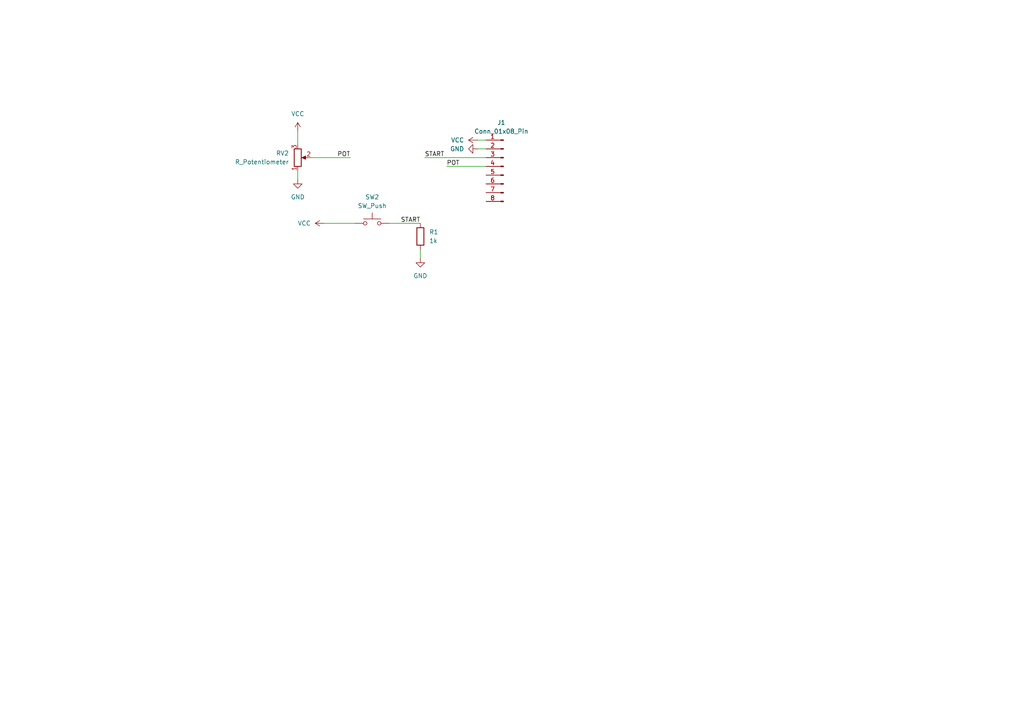
<source format=kicad_sch>
(kicad_sch (version 20231120) (generator "eeschema") (generator_version "8.0")
  (paper "A4")
  (lib_symbols
    (symbol "Connector:Conn_01x08_Pin" (pin_names (offset 1.016) hide)
      (property "Reference" "J" (at 0 10.16 0))
      (property "Value" "Conn_01x08_Pin" (at 0 -12.7 0))
      (symbol "Conn_01x08_Pin_1_1"
        (polyline (pts (xy 1.27 -10.16) (xy 0.8636 -10.16)) (stroke (width 0.1524)))
        (polyline (pts (xy 1.27 -7.62) (xy 0.8636 -7.62)) (stroke (width 0.1524)))
        (polyline (pts (xy 1.27 -5.08) (xy 0.8636 -5.08)) (stroke (width 0.1524)))
        (polyline (pts (xy 1.27 -2.54) (xy 0.8636 -2.54)) (stroke (width 0.1524)))
        (polyline (pts (xy 1.27 0) (xy 0.8636 0)) (stroke (width 0.1524)))
        (polyline (pts (xy 1.27 2.54) (xy 0.8636 2.54)) (stroke (width 0.1524)))
        (polyline (pts (xy 1.27 5.08) (xy 0.8636 5.08)) (stroke (width 0.1524)))
        (polyline (pts (xy 1.27 7.62) (xy 0.8636 7.62)) (stroke (width 0.1524)))
        (rectangle (start 0.8636 -10.033) (end 0 -10.287) (stroke (width 0.1524)) (fill (type outline)))
        (rectangle (start 0.8636 -7.493) (end 0 -7.747) (stroke (width 0.1524)) (fill (type outline)))
        (rectangle (start 0.8636 -4.953) (end 0 -5.207) (stroke (width 0.1524)) (fill (type outline)))
        (rectangle (start 0.8636 -2.413) (end 0 -2.667) (stroke (width 0.1524)) (fill (type outline)))
        (rectangle (start 0.8636 0.127) (end 0 -0.127) (stroke (width 0.1524)) (fill (type outline)))
        (rectangle (start 0.8636 2.667) (end 0 2.413) (stroke (width 0.1524)) (fill (type outline)))
        (rectangle (start 0.8636 5.207) (end 0 4.953) (stroke (width 0.1524)) (fill (type outline)))
        (rectangle (start 0.8636 7.747) (end 0 7.493) (stroke (width 0.1524)) (fill (type outline)))
        (pin passive line (at 5.08 7.62 180) (length 3.81) (name "Pin_1") (number "1"))
        (pin passive line (at 5.08 5.08 180) (length 3.81) (name "Pin_2") (number "2"))
        (pin passive line (at 5.08 2.54 180) (length 3.81) (name "Pin_3") (number "3"))
        (pin passive line (at 5.08 0 180) (length 3.81) (name "Pin_4") (number "4"))
        (pin passive line (at 5.08 -2.54 180) (length 3.81) (name "Pin_5") (number "5"))
        (pin passive line (at 5.08 -5.08 180) (length 3.81) (name "Pin_6") (number "6"))
        (pin passive line (at 5.08 -7.62 180) (length 3.81) (name "Pin_7") (number "7"))
        (pin passive line (at 5.08 -10.16 180) (length 3.81) (name "Pin_8") (number "8"))
      )
    )
    (symbol "Device:R" (pin_numbers hide) (pin_names (offset 0))
      (property "Reference" "R" (at 2.032 0 90))
      (property "Value" "R" (at 0 0 90))
      (symbol "R_0_1"
        (rectangle (start -1.016 -2.54) (end 1.016 2.54) (stroke (width 0.254)))
      )
      (symbol "R_1_1"
        (pin passive line (at 0 3.81 270) (length 1.27) (name "~") (number "1"))
        (pin passive line (at 0 -3.81 90) (length 1.27) (name "~") (number "2"))
      )
    )
    (symbol "Device:R_Potentiometer" (pin_names (offset 1.016) hide)
      (property "Reference" "RV" (at -4.445 0 90))
      (property "Value" "R_Potentiometer" (at -2.54 0 90))
      (symbol "R_Potentiometer_0_1"
        (polyline (pts (xy 2.54 0) (xy 1.524 0)))
        (polyline (pts (xy 1.143 0) (xy 2.286 0.508) (xy 2.286 -0.508) (xy 1.143 0)) (fill (type outline)))
        (rectangle (start 1.016 2.54) (end -1.016 -2.54) (stroke (width 0.254)))
      )
      (symbol "R_Potentiometer_1_1"
        (pin passive line (at 0 3.81 270) (length 1.27) (name "1") (number "1"))
        (pin passive line (at 3.81 0 180) (length 1.27) (name "2") (number "2"))
        (pin passive line (at 0 -3.81 90) (length 1.27) (name "3") (number "3"))
      )
    )
    (symbol "Switch:SW_Push" (pin_numbers hide) (pin_names (offset 1.016) hide)
      (property "Reference" "SW" (at 1.27 2.54 0))
      (property "Value" "SW_Push" (at 0 -1.524 0))
      (symbol "SW_Push_0_1"
        (circle (center -2.032 0) (radius 0.508))
        (polyline (pts (xy 0 1.27) (xy 0 3.048)))
        (polyline (pts (xy 2.54 1.27) (xy -2.54 1.27)))
        (circle (center 2.032 0) (radius 0.508))
        (pin passive line (at -5.08 0 0) (length 2.54) (name "1") (number "1"))
        (pin passive line (at 5.08 0 180) (length 2.54) (name "2") (number "2"))
      )
    )
    (symbol "power:GND" (power) (pin_numbers hide) (pin_names (offset 0) hide)
      (property "Value" "GND" (at 0 -3.81 0))
      (symbol "GND_0_1"
        (polyline (pts (xy 0 0) (xy 0 -1.27) (xy 1.27 -1.27) (xy 0 -2.54) (xy -1.27 -1.27) (xy 0 -1.27)))
      )
      (symbol "GND_1_1"
        (pin power_in line (at 0 0 270) (length 0) (name "~") (number "1"))
      )
    )
    (symbol "power:VCC" (power) (pin_numbers hide) (pin_names (offset 0) hide)
      (property "Value" "VCC" (at 0 3.556 0))
      (symbol "VCC_0_1"
        (polyline (pts (xy -0.762 1.27) (xy 0 2.54)))
        (polyline (pts (xy 0 0) (xy 0 2.54)))
        (polyline (pts (xy 0 2.54) (xy 0.762 1.27)))
      )
      (symbol "VCC_1_1"
        (pin power_in line (at 0 0 90) (length 0) (name "~") (number "1"))
      )
    )
  )
  (wire (pts (xy 93.98 64.77) (xy 102.87 64.77)))
  (wire (pts (xy 140.97 48.26) (xy 129.54 48.26)))
  (wire (pts (xy 113.03 64.77) (xy 121.92 64.77)))
  (wire (pts (xy 138.43 43.18) (xy 140.97 43.18)))
  (wire (pts (xy 138.43 40.64) (xy 140.97 40.64)))
  (wire (pts (xy 86.36 38.1) (xy 86.36 41.91)))
  (wire (pts (xy 123.19 45.72) (xy 140.97 45.72)))
  (wire (pts (xy 90.17 45.72) (xy 101.6 45.72)))
  (wire (pts (xy 121.92 72.39) (xy 121.92 74.93)))
  (wire (pts (xy 86.36 49.53) (xy 86.36 52.07)))
  (label "POT" (at 101.6 45.72 180))
  (label "POT" (at 129.54 48.26 0))
  (label "START" (at 123.19 45.72 0))
  (label "START" (at 121.92 64.77 180))
  (symbol (lib_id "power:GND") (at 86.36 52.07 0) (mirror y) (unit 1)
    (property "Reference" "#PWR04" (effects (hide yes)))
    (property "Value" "GND" (at 86.36 57.15 0))
    (property "Description" "Power symbol creates a global label with name \"GND\" , ground" (effects (hide yes)))
  )
  (symbol (lib_id "Switch:SW_Push") (at 107.95 64.77 0) (unit 1)
    (property "Reference" "SW2" (at 107.95 57.15 0))
    (property "Value" "SW_Push" (at 107.95 59.69 0))
    (property "Footprint" "For_Rasterboard:SW_PUSH_Color_B9mm_D12mm_P5.08mm" (effects (hide yes)))
    (property "Description" "Push button switch, generic, two pins" (effects (hide yes)))
  )
  (symbol (lib_id "power:GND") (at 121.92 74.93 0) (unit 1)
    (property "Reference" "#PWR03" (effects (hide yes)))
    (property "Value" "GND" (at 121.92 80.01 0))
    (property "Description" "Power symbol creates a global label with name \"GND\" , ground" (effects (hide yes)))
  )
  (symbol (lib_id "Device:R") (at 121.92 68.58 180) (unit 1)
    (property "Reference" "R1" (at 124.46 67.3099 0) (effects (justify right)))
    (property "Value" "1k" (at 124.46 69.8499 0) (effects (justify right)))
    (property "Footprint" "For_Rasterboard:R_Axial_DIN0207_L6.3mm_D2.5mm_Pinf_Horizontal" (effects (hide yes)))
    (property "Description" "Resistor" (effects (hide yes)))
  )
  (symbol (lib_id "Connector:Conn_01x08_Pin") (at 146.05 48.26 0) (mirror y) (unit 1)
    (property "Reference" "J1" (at 145.415 35.56 0))
    (property "Value" "Conn_01x08_Pin" (at 145.415 38.1 0))
    (property "Footprint" "Connector_PinHeader_2.54mm:PinHeader_1x08_P2.54mm_Horizontal" (effects (hide yes)))
    (property "Description" "Generic connector, single row, 01x08, script generated" (effects (hide yes)))
  )
  (symbol (lib_id "power:VCC") (at 86.36 38.1 0) (mirror y) (unit 1)
    (property "Reference" "#PWR06" (effects (hide yes)))
    (property "Value" "VCC" (at 86.36 33.02 0))
    (property "Description" "Power symbol creates a global label with name \"VCC\"" (effects (hide yes)))
  )
  (symbol (lib_id "power:VCC") (at 138.43 40.64 90) (unit 1)
    (property "Reference" "#PWR02" (effects (hide yes)))
    (property "Value" "VCC" (at 134.62 40.6399 90) (effects (justify left)))
    (property "Description" "Power symbol creates a global label with name \"VCC\"" (effects (hide yes)))
  )
  (symbol (lib_id "power:GND") (at 138.43 43.18 270) (unit 1)
    (property "Reference" "#PWR01" (effects (hide yes)))
    (property "Value" "GND" (at 134.62 43.1799 90) (effects (justify right)))
    (property "Description" "Power symbol creates a global label with name \"GND\" , ground" (effects (hide yes)))
  )
  (symbol (lib_id "power:VCC") (at 93.98 64.77 90) (unit 1)
    (property "Reference" "#PWR05" (effects (hide yes)))
    (property "Value" "VCC" (at 90.17 64.7699 90) (effects (justify left)))
    (property "Description" "Power symbol creates a global label with name \"VCC\"" (effects (hide yes)))
  )
  (symbol (lib_id "Device:R_Potentiometer") (at 86.36 45.72 0) (mirror x) (unit 1)
    (property "Reference" "RV2" (at 83.82 44.4499 0) (effects (justify right)))
    (property "Value" "R_Potentiometer" (at 83.82 46.9899 0) (effects (justify right)))
    (property "Footprint" "TerminalBlock_Phoenix:TerminalBlock_Phoenix_MKDS-3-3-5.08_1x03_P5.08mm_Horizontal" (effects (hide yes)))
    (property "Description" "Potentiometer" (effects (hide yes)))
  )
)
</source>
